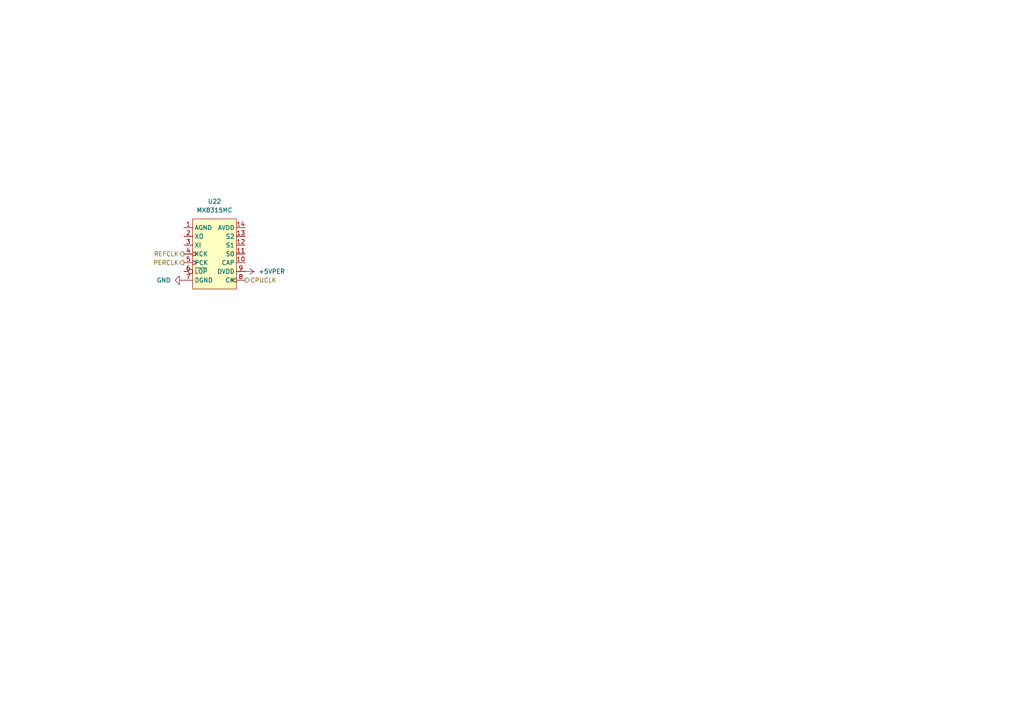
<source format=kicad_sch>
(kicad_sch (version 20230121) (generator eeschema)
  (paper "A4")
  (lib_symbols
    (symbol "m68k-hbc-ic:MX8315MC"
      (property "Reference" "U" (at -21.59 15.24 0))
      (property "Value" "MX8315MC" (at -5.08 6.35 0))
      (symbol "MX8315MC_1_1"
        (rectangle (start -6.35 10.16) (end 6.35 -10.16) (fill (type background)))
        (pin power_in line (at -8.89 7.62 0) (length 2.54) (name "AGND") (number "1"))
        (pin power_in line (at 8.89 -2.54 180) (length 2.54) (name "CAP") (number "10"))
        (pin input line (at 8.89 0 180) (length 2.54) (name "S0") (number "11"))
        (pin input line (at 8.89 2.54 180) (length 2.54) (name "S1") (number "12"))
        (pin input line (at 8.89 5.08 180) (length 2.54) (name "S2") (number "13"))
        (pin power_in line (at 8.89 7.62 180) (length 2.54) (name "AVDD") (number "14"))
        (pin output line (at -8.89 5.08 0) (length 2.54) (name "XO") (number "2"))
        (pin input line (at -8.89 2.54 0) (length 2.54) (name "XI") (number "3"))
        (pin input clock (at -8.89 0 0) (length 2.54) (name "XCK") (number "4"))
        (pin output clock (at -8.89 -2.54 0) (length 2.54) (name "PCK") (number "5"))
        (pin input inverted (at -8.89 -5.08 0) (length 2.54) (name "~{LOP}") (number "6"))
        (pin power_in line (at -8.89 -7.62 0) (length 2.54) (name "DGND") (number "7"))
        (pin output clock (at 8.89 -7.62 180) (length 2.54) (name "CK") (number "8"))
        (pin power_in line (at 8.89 -5.08 180) (length 2.54) (name "DVDD") (number "9"))
      )
    )
    (symbol "m68k-hbc-pwr:+5VPER" (power) (in_bom no) (on_board no)
      (property "Value" "+5VPER" (at 0 3.81 0))
      (symbol "+5VPER_0_1"
        (polyline (pts (xy -0.762 1.27) (xy 0 2.54)))
        (polyline (pts (xy 0 0) (xy 0 2.54)))
        (polyline (pts (xy 0 2.54) (xy 0.762 1.27)))
      )
      (symbol "+5VPER_1_1"
        (pin power_in line (at 0 0 90) (length 0) hide (name "+5VPER") (number "1"))
      )
    )
    (symbol "power:GND" (power) (pin_names (offset 0))
      (property "Value" "GND" (at 0 -3.81 0))
      (symbol "GND_0_1"
        (polyline (pts (xy 0 0) (xy 0 -1.27) (xy 1.27 -1.27) (xy 0 -2.54) (xy -1.27 -1.27) (xy 0 -1.27)))
      )
      (symbol "GND_1_1"
        (pin power_in line (at 0 0 270) (length 0) hide (name "GND") (number "1"))
      )
    )
  )
  (hierarchical_label "PERCLK" (shape output) (at 53.34 76.2 180))
  (hierarchical_label "CPUCLK" (shape output) (at 71.12 81.28 0))
  (hierarchical_label "REFCLK" (shape output) (at 53.34 73.66 180))
  (symbol (lib_id "power:GND") (at 53.34 81.28 270) (unit 1)
    (property "Reference" "#PWR0113" (effects hide))
    (property "Value" "GND" (at 49.53 81.28 90) (effects (justify right)))
  )
  (symbol (lib_id "m68k-hbc-pwr:+5VPER") (at 71.12 78.74 270) (mirror x) (unit 1) (in_bom no) (on_board no)
    (property "Reference" "#PWR0112" (effects hide))
    (property "Value" "+5VPER" (at 74.93 78.74 90) (effects (justify left)))
  )
  (symbol (lib_id "m68k-hbc-ic:MX8315MC") (at 62.23 73.66 0) (unit 1)
    (property "Reference" "U22" (at 62.23 58.42 0))
    (property "Value" "MX8315MC" (at 62.23 60.96 0))
    (property "Footprint" "Package_SO:SOIC-14_3.9x8.7mm_P1.27mm" (effects hide))
  )
)
</source>
